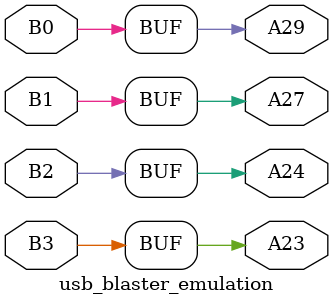
<source format=v>

module usb_blaster_emulation(
        B0, B1, B2, B3,
		A23, A24, A27, A29
		);
		
input B0;
input B1;
input B2;
input B3;

output A23;
output A24;
output A27;
output A29;

assign A23 = B3;
assign A24 = B2;
assign A27 = B1;
assign A29 = B0;


endmodule


</source>
